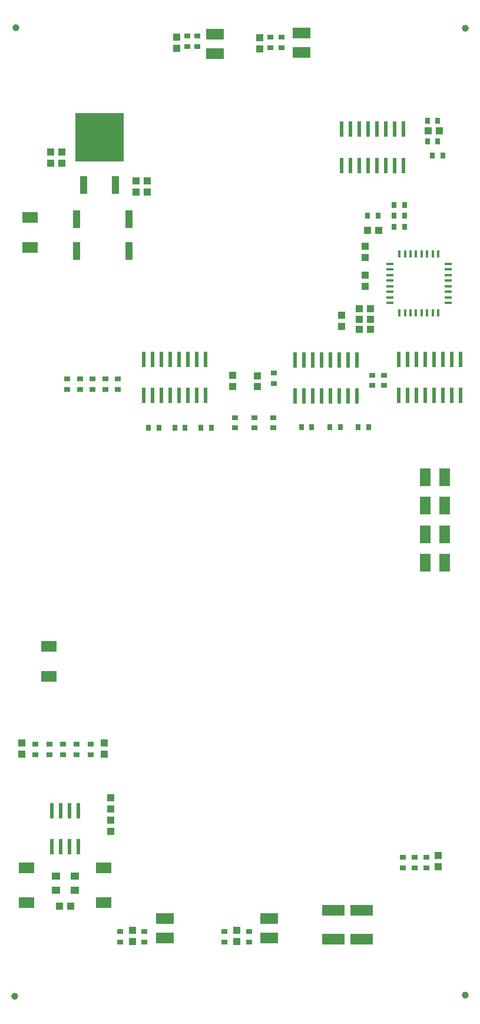
<source format=gtp>
G04*
G04 #@! TF.GenerationSoftware,Altium Limited,Altium Designer,18.1.11 (251)*
G04*
G04 Layer_Color=8421504*
%FSTAX24Y24*%
%MOIN*%
G70*
G01*
G75*
%ADD24R,0.0276X0.0354*%
%ADD25R,0.0354X0.0276*%
%ADD26R,0.0394X0.1024*%
%ADD27R,0.1024X0.0630*%
%ADD28R,0.0394X0.0394*%
%ADD29R,0.0394X0.0394*%
%ADD30R,0.0906X0.0591*%
%ADD31R,0.2756X0.2756*%
%ADD32R,0.0394X0.1000*%
%ADD33C,0.0394*%
%ADD34R,0.0630X0.1024*%
%ADD35R,0.0236X0.0866*%
%ADD36O,0.0157X0.0433*%
%ADD37O,0.0433X0.0157*%
%ADD38R,0.0500X0.0394*%
%ADD39R,0.0200X0.0866*%
%ADD40R,0.0200X0.0866*%
%ADD41R,0.1260X0.0591*%
D24*
X109825Y099174D02*
D03*
X110415D02*
D03*
X10163Y09917D02*
D03*
X101039D02*
D03*
X111435Y099174D02*
D03*
X112025D02*
D03*
X108805Y099174D02*
D03*
X108215D02*
D03*
X10311Y09917D02*
D03*
X102519D02*
D03*
X10015D02*
D03*
X099559D02*
D03*
X116225Y11456D02*
D03*
X115635D02*
D03*
X115933Y11653D02*
D03*
X115343D02*
D03*
X115343Y11535D02*
D03*
X115933D02*
D03*
X113459Y11176D02*
D03*
X11405D02*
D03*
X11405Y111147D02*
D03*
X113459D02*
D03*
X113459Y110535D02*
D03*
X11405D02*
D03*
X111969Y11115D02*
D03*
X11256D02*
D03*
D25*
X10661Y099144D02*
D03*
Y099735D02*
D03*
X10554Y099144D02*
D03*
Y099735D02*
D03*
X10447Y099144D02*
D03*
Y099735D02*
D03*
X10666Y101655D02*
D03*
Y102245D02*
D03*
X09783Y101325D02*
D03*
Y101915D02*
D03*
X097113Y101325D02*
D03*
Y101915D02*
D03*
X096395Y101325D02*
D03*
Y101915D02*
D03*
X095677Y101325D02*
D03*
Y101915D02*
D03*
X09496Y101325D02*
D03*
Y101915D02*
D03*
X095502Y081253D02*
D03*
Y080662D02*
D03*
X094725Y080662D02*
D03*
Y081253D02*
D03*
X11528Y074272D02*
D03*
Y074863D02*
D03*
X11397Y074272D02*
D03*
Y074863D02*
D03*
X114625Y074272D02*
D03*
Y074863D02*
D03*
X103847Y070052D02*
D03*
Y070643D02*
D03*
X10526Y070643D02*
D03*
Y070052D02*
D03*
X09797Y070052D02*
D03*
Y070643D02*
D03*
X099306Y070643D02*
D03*
Y070052D02*
D03*
X101748Y121308D02*
D03*
Y120717D02*
D03*
X10233Y121308D02*
D03*
Y120717D02*
D03*
X106467Y121255D02*
D03*
Y120665D02*
D03*
X107097Y121255D02*
D03*
Y120665D02*
D03*
X096279Y080662D02*
D03*
Y081253D02*
D03*
X093949Y080662D02*
D03*
Y081253D02*
D03*
X093172Y080662D02*
D03*
Y081253D02*
D03*
X1129Y101542D02*
D03*
Y102133D02*
D03*
X11223Y101542D02*
D03*
Y102133D02*
D03*
D26*
X098457Y109153D02*
D03*
Y110964D02*
D03*
X09549Y10916D02*
D03*
Y110971D02*
D03*
D27*
X10823Y120389D02*
D03*
Y121491D02*
D03*
X10331Y120319D02*
D03*
Y121421D02*
D03*
X10638Y070279D02*
D03*
Y071381D02*
D03*
X10048Y070279D02*
D03*
Y071381D02*
D03*
D28*
X0924Y080705D02*
D03*
Y081335D02*
D03*
X09403Y114126D02*
D03*
Y114756D02*
D03*
X09948Y112505D02*
D03*
Y113135D02*
D03*
X11594Y074315D02*
D03*
Y074945D02*
D03*
X10457Y070095D02*
D03*
Y070725D02*
D03*
X098643Y070095D02*
D03*
Y070725D02*
D03*
X10117Y121265D02*
D03*
Y120635D02*
D03*
X105842Y121213D02*
D03*
Y120583D02*
D03*
X09465Y114756D02*
D03*
Y114126D02*
D03*
X09743Y07632D02*
D03*
Y07695D02*
D03*
Y077605D02*
D03*
Y078235D02*
D03*
X09706Y081335D02*
D03*
Y080705D02*
D03*
X11048Y105525D02*
D03*
Y104895D02*
D03*
X11183Y109435D02*
D03*
Y108805D02*
D03*
Y107145D02*
D03*
Y107775D02*
D03*
X10571Y101475D02*
D03*
Y102105D02*
D03*
X10431Y101495D02*
D03*
Y102125D02*
D03*
X09885Y112505D02*
D03*
Y113135D02*
D03*
D29*
X095145Y07208D02*
D03*
X094515D02*
D03*
X116015Y115945D02*
D03*
X115385D02*
D03*
X1115Y10472D02*
D03*
X11213D02*
D03*
X1115Y1053D02*
D03*
X11213D02*
D03*
X1115Y10588D02*
D03*
X11213D02*
D03*
X11258Y11031D02*
D03*
X11195D02*
D03*
D30*
X09391Y0868D02*
D03*
Y0851D02*
D03*
X09265Y074258D02*
D03*
Y07229D02*
D03*
X09702Y074258D02*
D03*
Y07229D02*
D03*
X09284Y10935D02*
D03*
Y11105D02*
D03*
D31*
X09678Y115576D02*
D03*
D32*
X097686Y11288D02*
D03*
X095874D02*
D03*
D33*
X1175Y06705D02*
D03*
X092Y067D02*
D03*
X09205Y1218D02*
D03*
X1175Y12175D02*
D03*
D34*
X116311Y09635D02*
D03*
X115209D02*
D03*
X116311Y09474D02*
D03*
X115209D02*
D03*
X116311Y09313D02*
D03*
X115209D02*
D03*
X116311Y09152D02*
D03*
X115209D02*
D03*
D35*
X1105Y116044D02*
D03*
X1115D02*
D03*
X112D02*
D03*
X1135Y113996D02*
D03*
X1125Y116044D02*
D03*
X114D02*
D03*
X113Y113996D02*
D03*
X1125D02*
D03*
X112D02*
D03*
X1115D02*
D03*
X1105D02*
D03*
X111D02*
D03*
Y116044D02*
D03*
X114Y113996D02*
D03*
X113Y116044D02*
D03*
X1135D02*
D03*
X11421Y100986D02*
D03*
X11471D02*
D03*
X11371Y103034D02*
D03*
X11671Y100986D02*
D03*
Y103034D02*
D03*
X11721D02*
D03*
X11621D02*
D03*
X11571D02*
D03*
X11521D02*
D03*
X11471D02*
D03*
X11371Y100986D02*
D03*
X11521D02*
D03*
X11421Y103034D02*
D03*
X11571Y100986D02*
D03*
X11621D02*
D03*
X11721D02*
D03*
X11087Y102987D02*
D03*
X11037D02*
D03*
X11137Y10094D02*
D03*
X10837Y102987D02*
D03*
Y10094D02*
D03*
X10787D02*
D03*
X10887D02*
D03*
X10937D02*
D03*
X10987D02*
D03*
X11037D02*
D03*
X11137Y102987D02*
D03*
X10987D02*
D03*
X11087Y10094D02*
D03*
X10937Y102987D02*
D03*
X10887D02*
D03*
X10787D02*
D03*
X10229Y103034D02*
D03*
X10179D02*
D03*
X10279Y100986D02*
D03*
X09979Y103034D02*
D03*
Y100986D02*
D03*
X09929D02*
D03*
X10029D02*
D03*
X10079D02*
D03*
X10129D02*
D03*
X10179D02*
D03*
X10279Y103034D02*
D03*
X10129D02*
D03*
X10229Y100986D02*
D03*
X10079Y103034D02*
D03*
X10029D02*
D03*
X09929D02*
D03*
D36*
X113758Y108974D02*
D03*
X114073D02*
D03*
X114388D02*
D03*
X114703D02*
D03*
X115017D02*
D03*
X115332D02*
D03*
X115647D02*
D03*
X115962D02*
D03*
Y105666D02*
D03*
X115647D02*
D03*
X115332D02*
D03*
X115017D02*
D03*
X114703D02*
D03*
X114388D02*
D03*
X114073D02*
D03*
X113758D02*
D03*
D37*
X116514Y108422D02*
D03*
Y108107D02*
D03*
Y107792D02*
D03*
Y107477D02*
D03*
Y107163D02*
D03*
Y106848D02*
D03*
Y106533D02*
D03*
Y106218D02*
D03*
X113206D02*
D03*
Y106533D02*
D03*
Y106848D02*
D03*
Y107163D02*
D03*
Y107477D02*
D03*
Y107792D02*
D03*
Y108107D02*
D03*
Y108422D02*
D03*
D38*
X09433Y073D02*
D03*
Y0738D02*
D03*
X0954Y073D02*
D03*
Y0738D02*
D03*
D39*
X09558Y077504D02*
D03*
D40*
X09408Y075456D02*
D03*
X09458D02*
D03*
X09508D02*
D03*
X09558D02*
D03*
X09408Y077504D02*
D03*
X09458D02*
D03*
X09508D02*
D03*
D41*
X11161Y070215D02*
D03*
Y071868D02*
D03*
X110019Y070215D02*
D03*
Y071868D02*
D03*
M02*

</source>
